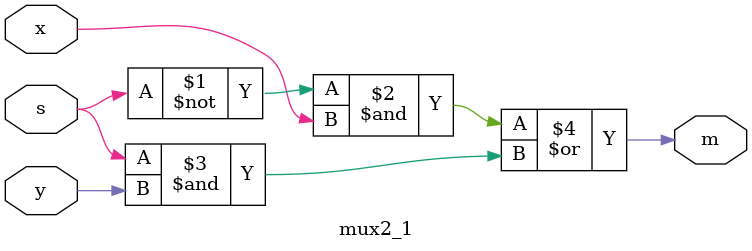
<source format=v>
module mux2_1(x, y, s, m);
input x, y, s;
output m;

assign m = (~s&x)|(s&y);

endmodule


</source>
